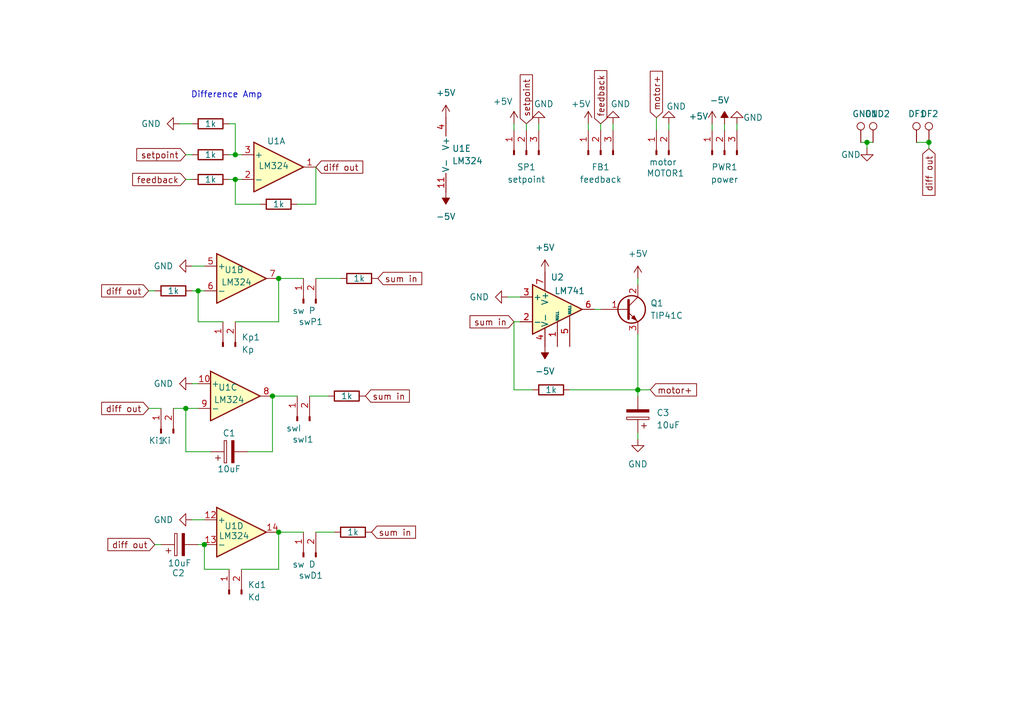
<source format=kicad_sch>
(kicad_sch (version 20231120) (generator "eeschema") (generator_version "8.0")
  (paper "A5")
  (title_block (title "PID POSITION CONTROL") (date "2024-06-13") (company "KEL. 7") (comment 1 "Damario Sujatmiko") (comment 2 "Azzam Abidurrahman Mujahid") (comment 3 "Devandra Pria Adiba"))
  (lib_symbols
    (symbol "Amplifier_Operational:LM324" (pin_names (offset 0.127))
      (property "Reference" "U" (at 0 5.08 0))
      (property "Value" "LM324" (at 0 -5.08 0))
      (symbol "LM324_1_1"
        (polyline (pts (xy -5.08 5.08) (xy 5.08 0) (xy -5.08 -5.08) (xy -5.08 5.08)) (stroke (width 0.254)) (fill (type background)))
        (pin output line (at 7.62 0 180) (length 2.54) (name "~") (number "1"))
        (pin input line (at -7.62 -2.54 0) (length 2.54) (name "-") (number "2"))
        (pin input line (at -7.62 2.54 0) (length 2.54) (name "+") (number "3"))
      )
      (symbol "LM324_2_1"
        (polyline (pts (xy -5.08 5.08) (xy 5.08 0) (xy -5.08 -5.08) (xy -5.08 5.08)) (stroke (width 0.254)) (fill (type background)))
        (pin input line (at -7.62 2.54 0) (length 2.54) (name "+") (number "5"))
        (pin input line (at -7.62 -2.54 0) (length 2.54) (name "-") (number "6"))
        (pin output line (at 7.62 0 180) (length 2.54) (name "~") (number "7"))
      )
      (symbol "LM324_3_1"
        (polyline (pts (xy -5.08 5.08) (xy 5.08 0) (xy -5.08 -5.08) (xy -5.08 5.08)) (stroke (width 0.254)) (fill (type background)))
        (pin input line (at -7.62 2.54 0) (length 2.54) (name "+") (number "10"))
        (pin output line (at 7.62 0 180) (length 2.54) (name "~") (number "8"))
        (pin input line (at -7.62 -2.54 0) (length 2.54) (name "-") (number "9"))
      )
      (symbol "LM324_4_1"
        (polyline (pts (xy -5.08 5.08) (xy 5.08 0) (xy -5.08 -5.08) (xy -5.08 5.08)) (stroke (width 0.254)) (fill (type background)))
        (pin input line (at -7.62 2.54 0) (length 2.54) (name "+") (number "12"))
        (pin input line (at -7.62 -2.54 0) (length 2.54) (name "-") (number "13"))
        (pin output line (at 7.62 0 180) (length 2.54) (name "~") (number "14"))
      )
      (symbol "LM324_5_1"
        (pin power_in line (at -2.54 -7.62 90) (length 3.81) (name "V-") (number "11"))
        (pin power_in line (at -2.54 7.62 270) (length 3.81) (name "V+") (number "4"))
      )
    )
    (symbol "Amplifier_Operational:LM741" (pin_names (offset 0.127))
      (property "Reference" "U" (at 0 6.35 0))
      (property "Value" "LM741" (at 0 3.81 0))
      (symbol "LM741_0_1"
        (polyline (pts (xy -5.08 5.08) (xy 5.08 0) (xy -5.08 -5.08) (xy -5.08 5.08)) (stroke (width 0.254)) (fill (type background)))
      )
      (symbol "LM741_1_1"
        (pin input line (at 0 -7.62 90) (length 5.08) (name "NULL") (number "1"))
        (pin input line (at -7.62 -2.54 0) (length 2.54) (name "-") (number "2"))
        (pin input line (at -7.62 2.54 0) (length 2.54) (name "+") (number "3"))
        (pin power_in line (at -2.54 -7.62 90) (length 3.81) (name "V-") (number "4"))
        (pin input line (at 2.54 -7.62 90) (length 6.35) (name "NULL") (number "5"))
        (pin output line (at 7.62 0 180) (length 2.54) (name "~") (number "6"))
        (pin power_in line (at -2.54 7.62 270) (length 3.81) (name "V+") (number "7"))
        (pin no_connect line (at 0 2.54 270) (length 2.54) hide (name "NC") (number "8"))
      )
    )
    (symbol "Connector:Conn_01x02_Pin" (pin_names (offset 1.016) hide)
      (property "Reference" "J" (at 0 2.54 0))
      (property "Value" "Conn_01x02_Pin" (at 0 -5.08 0))
      (symbol "Conn_01x02_Pin_1_1"
        (polyline (pts (xy 1.27 -2.54) (xy 0.8636 -2.54)) (stroke (width 0.1524)))
        (polyline (pts (xy 1.27 0) (xy 0.8636 0)) (stroke (width 0.1524)))
        (rectangle (start 0.8636 -2.413) (end 0 -2.667) (stroke (width 0.1524)) (fill (type outline)))
        (rectangle (start 0.8636 0.127) (end 0 -0.127) (stroke (width 0.1524)) (fill (type outline)))
        (pin passive line (at 5.08 0 180) (length 3.81) (name "Pin_1") (number "1"))
        (pin passive line (at 5.08 -2.54 180) (length 3.81) (name "Pin_2") (number "2"))
      )
    )
    (symbol "Connector:Conn_01x03_Pin" (pin_names (offset 1.016) hide)
      (property "Reference" "J" (at 0 5.08 0))
      (property "Value" "Conn_01x03_Pin" (at 0 -5.08 0))
      (symbol "Conn_01x03_Pin_1_1"
        (polyline (pts (xy 1.27 -2.54) (xy 0.8636 -2.54)) (stroke (width 0.1524)))
        (polyline (pts (xy 1.27 0) (xy 0.8636 0)) (stroke (width 0.1524)))
        (polyline (pts (xy 1.27 2.54) (xy 0.8636 2.54)) (stroke (width 0.1524)))
        (rectangle (start 0.8636 -2.413) (end 0 -2.667) (stroke (width 0.1524)) (fill (type outline)))
        (rectangle (start 0.8636 0.127) (end 0 -0.127) (stroke (width 0.1524)) (fill (type outline)))
        (rectangle (start 0.8636 2.667) (end 0 2.413) (stroke (width 0.1524)) (fill (type outline)))
        (pin passive line (at 5.08 2.54 180) (length 3.81) (name "Pin_1") (number "1"))
        (pin passive line (at 5.08 0 180) (length 3.81) (name "Pin_2") (number "2"))
        (pin passive line (at 5.08 -2.54 180) (length 3.81) (name "Pin_3") (number "3"))
      )
    )
    (symbol "Connector:TestPoint" (pin_numbers hide) (pin_names (offset 0.762) hide)
      (property "Reference" "TP" (at 0 6.858 0))
      (property "Value" "TestPoint" (at 0 5.08 0))
      (symbol "TestPoint_0_1"
        (circle (center 0 3.302) (radius 0.762))
      )
      (symbol "TestPoint_1_1"
        (pin passive line (at 0 0 90) (length 2.54) (name "1") (number "1"))
      )
    )
    (symbol "Device:C_Polarized" (pin_numbers hide) (pin_names (offset 0.254))
      (property "Reference" "C" (at 0.635 2.54 0))
      (property "Value" "C_Polarized" (at 0.635 -2.54 0))
      (symbol "C_Polarized_0_1"
        (rectangle (start -2.286 0.508) (end 2.286 1.016))
        (polyline (pts (xy -1.778 2.286) (xy -0.762 2.286)))
        (polyline (pts (xy -1.27 2.794) (xy -1.27 1.778)))
        (rectangle (start 2.286 -0.508) (end -2.286 -1.016) (fill (type outline)))
      )
      (symbol "C_Polarized_1_1"
        (pin passive line (at 0 3.81 270) (length 2.794) (name "~") (number "1"))
        (pin passive line (at 0 -3.81 90) (length 2.794) (name "~") (number "2"))
      )
    )
    (symbol "Device:R" (pin_numbers hide) (pin_names (offset 0))
      (property "Reference" "R" (at 2.032 0 90))
      (property "Value" "R" (at 0 0 90))
      (symbol "R_0_1"
        (rectangle (start -1.016 -2.54) (end 1.016 2.54) (stroke (width 0.254)))
      )
      (symbol "R_1_1"
        (pin passive line (at 0 3.81 270) (length 1.27) (name "~") (number "1"))
        (pin passive line (at 0 -3.81 90) (length 1.27) (name "~") (number "2"))
      )
    )
    (symbol "Transistor_BJT:TIP41C" (pin_names (offset 0) hide)
      (property "Reference" "Q" (at 6.35 1.905 0))
      (property "Value" "TIP41C" (at 6.35 0 0))
      (symbol "TIP41C_0_1"
        (polyline (pts (xy 0.635 0.635) (xy 2.54 2.54)))
        (polyline (pts (xy 0.635 -0.635) (xy 2.54 -2.54) (xy 2.54 -2.54)))
        (polyline (pts (xy 0.635 1.905) (xy 0.635 -1.905) (xy 0.635 -1.905)) (stroke (width 0.508)))
        (polyline (pts (xy 1.27 -1.778) (xy 1.778 -1.27) (xy 2.286 -2.286) (xy 1.27 -1.778) (xy 1.27 -1.778)) (fill (type outline)))
        (circle (center 1.27 0) (radius 2.8194) (stroke (width 0.254)))
      )
      (symbol "TIP41C_1_1"
        (pin input line (at -5.08 0 0) (length 5.715) (name "B") (number "1"))
        (pin passive line (at 2.54 5.08 270) (length 2.54) (name "C") (number "2"))
        (pin passive line (at 2.54 -5.08 90) (length 2.54) (name "E") (number "3"))
      )
    )
    (symbol "power:+5V" (power) (pin_numbers hide) (pin_names (offset 0) hide)
      (property "Value" "+5V" (at 0 3.556 0))
      (symbol "+5V_0_1"
        (polyline (pts (xy -0.762 1.27) (xy 0 2.54)))
        (polyline (pts (xy 0 0) (xy 0 2.54)))
        (polyline (pts (xy 0 2.54) (xy 0.762 1.27)))
      )
      (symbol "+5V_1_1"
        (pin power_in line (at 0 0 90) (length 0) (name "~") (number "1"))
      )
    )
    (symbol "power:-5V" (power) (pin_numbers hide) (pin_names (offset 0) hide)
      (property "Value" "-5V" (at 0 3.556 0))
      (symbol "-5V_0_0"
        (pin power_in line (at 0 0 90) (length 0) (name "~") (number "1"))
      )
      (symbol "-5V_0_1"
        (polyline (pts (xy 0 0) (xy 0 1.27) (xy 0.762 1.27) (xy 0 2.54) (xy -0.762 1.27) (xy 0 1.27)) (fill (type outline)))
      )
    )
    (symbol "power:GND" (power) (pin_numbers hide) (pin_names (offset 0) hide)
      (property "Value" "GND" (at 0 -3.81 0))
      (symbol "GND_0_1"
        (polyline (pts (xy 0 0) (xy 0 -1.27) (xy 1.27 -1.27) (xy 0 -2.54) (xy -1.27 -1.27) (xy 0 -1.27)))
      )
      (symbol "GND_1_1"
        (pin power_in line (at 0 0 270) (length 0) (name "~") (number "1"))
      )
    )
  )
  (junction (at 48.26 31.75))
  (junction (at 48.26 36.83))
  (junction (at 57.15 109.22))
  (junction (at 177.8 29.21))
  (junction (at 57.15 57.15))
  (junction (at 55.88 81.28))
  (junction (at 40.64 59.69))
  (junction (at 130.81 80.01))
  (junction (at 41.91 111.76))
  (junction (at 190.5 29.21))
  (junction (at 38.1 83.82))
  (wire (pts (xy 48.26 25.4) (xy 48.26 31.75)))
  (wire (pts (xy 64.77 41.91) (xy 60.96 41.91)))
  (wire (pts (xy 35.56 83.82) (xy 38.1 83.82)))
  (wire (pts (xy 55.88 81.28) (xy 60.96 81.28)))
  (wire (pts (xy 38.1 83.82) (xy 40.64 83.82)))
  (wire (pts (xy 50.8 92.71) (xy 55.88 92.71)))
  (wire (pts (xy 105.41 66.04) (xy 106.68 66.04)))
  (wire (pts (xy 134.62 24.13) (xy 134.62 26.67)))
  (wire (pts (xy 40.64 59.69) (xy 41.91 59.69)))
  (wire (pts (xy 48.26 41.91) (xy 48.26 36.83)))
  (wire (pts (xy 57.15 109.22) (xy 62.23 109.22)))
  (wire (pts (xy 120.65 25.4) (xy 120.65 26.67)))
  (wire (pts (xy 105.41 25.4) (xy 105.41 26.67)))
  (wire (pts (xy 49.53 116.84) (xy 57.15 116.84)))
  (wire (pts (xy 123.19 25.4) (xy 123.19 26.67)))
  (wire (pts (xy 104.14 60.96) (xy 106.68 60.96)))
  (wire (pts (xy 39.37 78.74) (xy 40.64 78.74)))
  (wire (pts (xy 187.96 29.21) (xy 190.5 29.21)))
  (wire (pts (xy 116.84 80.01) (xy 130.81 80.01)))
  (wire (pts (xy 130.81 80.01) (xy 130.81 81.28)))
  (wire (pts (xy 137.16 25.4) (xy 137.16 26.67)))
  (wire (pts (xy 110.49 25.4) (xy 110.49 26.67)))
  (wire (pts (xy 46.99 31.75) (xy 48.26 31.75)))
  (wire (pts (xy 176.53 29.21) (xy 177.8 29.21)))
  (wire (pts (xy 130.81 88.9) (xy 130.81 90.17)))
  (wire (pts (xy 48.26 66.04) (xy 57.15 66.04)))
  (wire (pts (xy 40.64 111.76) (xy 41.91 111.76)))
  (wire (pts (xy 64.77 57.15) (xy 69.85 57.15)))
  (wire (pts (xy 48.26 31.75) (xy 49.53 31.75)))
  (wire (pts (xy 130.81 57.15) (xy 130.81 58.42)))
  (wire (pts (xy 41.91 116.84) (xy 41.91 111.76)))
  (wire (pts (xy 148.59 25.4) (xy 148.59 26.67)))
  (wire (pts (xy 30.48 83.82) (xy 33.02 83.82)))
  (wire (pts (xy 46.99 116.84) (xy 41.91 116.84)))
  (wire (pts (xy 64.77 109.22) (xy 68.58 109.22)))
  (wire (pts (xy 57.15 57.15) (xy 62.23 57.15)))
  (wire (pts (xy 105.41 80.01) (xy 105.41 66.04)))
  (wire (pts (xy 39.37 31.75) (xy 38.1 31.75)))
  (wire (pts (xy 57.15 116.84) (xy 57.15 109.22)))
  (wire (pts (xy 107.95 25.4) (xy 107.95 26.67)))
  (wire (pts (xy 177.8 30.48) (xy 177.8 29.21)))
  (wire (pts (xy 133.35 80.01) (xy 130.81 80.01)))
  (wire (pts (xy 57.15 66.04) (xy 57.15 57.15)))
  (wire (pts (xy 64.77 34.29) (xy 64.77 41.91)))
  (wire (pts (xy 190.5 29.21) (xy 190.5 30.48)))
  (wire (pts (xy 39.37 106.68) (xy 41.91 106.68)))
  (wire (pts (xy 121.92 63.5) (xy 123.19 63.5)))
  (wire (pts (xy 55.88 92.71) (xy 55.88 81.28)))
  (wire (pts (xy 40.64 66.04) (xy 40.64 59.69)))
  (wire (pts (xy 36.83 25.4) (xy 39.37 25.4)))
  (wire (pts (xy 39.37 59.69) (xy 40.64 59.69)))
  (wire (pts (xy 125.73 25.4) (xy 125.73 26.67)))
  (wire (pts (xy 31.75 111.76) (xy 33.02 111.76)))
  (wire (pts (xy 39.37 36.83) (xy 38.1 36.83)))
  (wire (pts (xy 151.13 25.4) (xy 151.13 26.67)))
  (wire (pts (xy 63.5 81.28) (xy 67.31 81.28)))
  (wire (pts (xy 39.37 54.61) (xy 41.91 54.61)))
  (wire (pts (xy 30.48 59.69) (xy 31.75 59.69)))
  (wire (pts (xy 146.05 25.4) (xy 146.05 26.67)))
  (wire (pts (xy 130.81 80.01) (xy 130.81 68.58)))
  (wire (pts (xy 38.1 92.71) (xy 38.1 83.82)))
  (wire (pts (xy 53.34 41.91) (xy 48.26 41.91)))
  (wire (pts (xy 46.99 36.83) (xy 48.26 36.83)))
  (wire (pts (xy 45.72 66.04) (xy 40.64 66.04)))
  (wire (pts (xy 109.22 80.01) (xy 105.41 80.01)))
  (wire (pts (xy 43.18 92.71) (xy 38.1 92.71)))
  (wire (pts (xy 48.26 36.83) (xy 49.53 36.83)))
  (wire (pts (xy 46.99 25.4) (xy 48.26 25.4)))
  (wire (pts (xy 177.8 29.21) (xy 179.07 29.21)))
  (text "Difference Amp" (at 46.482 19.558 0) (effects (font (size 1.27 1.27))))
  (global_label "diff out" (shape input) (at 64.77 34.29 0) (property "Intersheetrefs" "${INTERSHEET_REFS}" (effects (hide yes))))
  (global_label "sum in" (shape input) (at 77.47 57.15 0) (property "Intersheetrefs" "${INTERSHEET_REFS}" (effects (hide yes))))
  (global_label "setpoint" (shape input) (at 107.95 25.4 90) (property "Intersheetrefs" "${INTERSHEET_REFS}" (effects (hide yes))))
  (global_label "diff out" (shape input) (at 31.75 111.76 180) (property "Intersheetrefs" "${INTERSHEET_REFS}" (effects (hide yes))))
  (global_label "feedback" (shape input) (at 38.1 36.83 180) (property "Intersheetrefs" "${INTERSHEET_REFS}" (effects (hide yes))))
  (global_label "motor+" (shape input) (at 133.35 80.01 0) (property "Intersheetrefs" "${INTERSHEET_REFS}" (effects (hide yes))))
  (global_label "diff out" (shape input) (at 30.48 59.69 180) (property "Intersheetrefs" "${INTERSHEET_REFS}" (effects (hide yes))))
  (global_label "motor+" (shape input) (at 134.62 24.13 90) (property "Intersheetrefs" "${INTERSHEET_REFS}" (effects (hide yes))))
  (global_label "sum in" (shape input) (at 74.93 81.28 0) (property "Intersheetrefs" "${INTERSHEET_REFS}" (effects (hide yes))))
  (global_label "diff out" (shape input) (at 30.48 83.82 180) (property "Intersheetrefs" "${INTERSHEET_REFS}" (effects (hide yes))))
  (global_label "sum in" (shape input) (at 105.41 66.04 180) (property "Intersheetrefs" "${INTERSHEET_REFS}" (effects (hide yes))))
  (global_label "diff out" (shape input) (at 190.5 30.48 270) (property "Intersheetrefs" "${INTERSHEET_REFS}" (effects (hide yes))))
  (global_label "setpoint" (shape input) (at 38.1 31.75 180) (property "Intersheetrefs" "${INTERSHEET_REFS}" (effects (hide yes))))
  (global_label "sum in" (shape input) (at 76.2 109.22 0) (property "Intersheetrefs" "${INTERSHEET_REFS}" (effects (hide yes))))
  (global_label "feedback" (shape input) (at 123.19 25.4 90) (property "Intersheetrefs" "${INTERSHEET_REFS}" (effects (hide yes))))
  (symbol (lib_id "power:GND") (at 130.81 90.17 0) (unit 1)
    (property "Reference" "#PWR011" (effects (hide yes)))
    (property "Value" "GND" (at 130.81 95.25 0))
    (property "Description" "Power symbol creates a global label with name \"GND\" , ground" (effects (hide yes)))
  )
  (symbol (lib_id "Device:R") (at 71.12 81.28 90) (unit 1)
    (property "Reference" "R8" (effects (hide yes)))
    (property "Value" "1k" (at 71.12 81.28 90))
    (property "Footprint" "Resistor_THT:R_Axial_DIN0207_L6.3mm_D2.5mm_P10.16mm_Horizontal" (effects (hide yes)))
    (property "Description" "Resistor" (effects (hide yes)))
  )
  (symbol (lib_id "power:+5V") (at 91.44 24.13 0) (unit 1)
    (property "Reference" "#PWR02" (effects (hide yes)))
    (property "Value" "+5V" (at 91.44 19.05 0))
    (property "Description" "Power symbol creates a global label with name \"+5V\"" (effects (hide yes)))
  )
  (symbol (lib_id "Connector:Conn_01x03_Pin") (at 123.19 31.75 90) (unit 1)
    (property "Reference" "FB1" (at 123.19 34.29 90))
    (property "Value" "feedback" (at 123.19 36.83 90))
    (property "Footprint" "Connector_PinHeader_2.54mm:PinHeader_1x03_P2.54mm_Vertical" (effects (hide yes)))
    (property "Description" "Generic connector, single row, 01x03, script generated" (effects (hide yes)))
  )
  (symbol (lib_id "power:+5V") (at 146.05 25.4 0) (unit 1)
    (property "Reference" "#PWR018" (effects (hide yes)))
    (property "Value" "+5V" (at 143.256 23.876 0))
    (property "Description" "Power symbol creates a global label with name \"+5V\"" (effects (hide yes)))
  )
  (symbol (lib_id "Device:R") (at 57.15 41.91 90) (unit 1)
    (property "Reference" "R4" (effects (hide yes)))
    (property "Value" "1k" (at 57.15 41.91 90))
    (property "Footprint" "Resistor_THT:R_Axial_DIN0207_L6.3mm_D2.5mm_P10.16mm_Horizontal" (effects (hide yes)))
    (property "Description" "Resistor" (effects (hide yes)))
  )
  (symbol (lib_id "Amplifier_Operational:LM324") (at 49.53 57.15 0) (unit 2)
    (property "Reference" "U1" (at 48.006 55.372 0))
    (property "Value" "LM324" (at 48.514 57.912 0))
    (property "Footprint" "Package_DIP:DIP-14_W7.62mm_Socket" (effects (hide yes)))
    (property "Datasheet" "http://www.ti.com/lit/ds/symlink/lm2902-n.pdf" (effects (hide yes)))
    (property "Description" "Low-Power, Quad-Operational Amplifiers, DIP-14/SOIC-14/SSOP-14" (effects (hide yes)))
  )
  (symbol (lib_id "Connector:TestPoint") (at 179.07 29.21 0) (unit 1)
    (property "Reference" "GND2" (at 177.292 23.368 0) (effects (justify left)))
    (property "Value" "GND" (effects (hide yes)))
    (property "Footprint" "TestPoint:TestPoint_THTPad_2.0x2.0mm_Drill1.0mm" (effects (hide yes)))
    (property "Description" "test point" (effects (hide yes)))
  )
  (symbol (lib_id "power:GND") (at 39.37 54.61 270) (unit 1)
    (property "Reference" "#PWR06" (effects (hide yes)))
    (property "Value" "GND" (at 35.56 54.6099 90) (effects (justify right)))
    (property "Description" "Power symbol creates a global label with name \"GND\" , ground" (effects (hide yes)))
  )
  (symbol (lib_id "power:+5V") (at 111.76 55.88 0) (unit 1)
    (property "Reference" "#PWR05" (effects (hide yes)))
    (property "Value" "+5V" (at 111.76 50.8 0))
    (property "Description" "Power symbol creates a global label with name \"+5V\"" (effects (hide yes)))
  )
  (symbol (lib_id "Device:R") (at 43.18 31.75 90) (unit 1)
    (property "Reference" "R2" (effects (hide yes)))
    (property "Value" "1k" (at 43.18 31.75 90))
    (property "Footprint" "Resistor_THT:R_Axial_DIN0207_L6.3mm_D2.5mm_P10.16mm_Horizontal" (effects (hide yes)))
    (property "Description" "Resistor" (effects (hide yes)))
  )
  (symbol (lib_id "power:+5V") (at 105.41 25.4 0) (unit 1)
    (property "Reference" "#PWR015" (effects (hide yes)))
    (property "Value" "+5V" (at 103.124 20.828 0))
    (property "Description" "Power symbol creates a global label with name \"+5V\"" (effects (hide yes)))
  )
  (symbol (lib_id "Connector:Conn_01x02_Pin") (at 46.99 121.92 90) (unit 1)
    (property "Reference" "Kd1" (at 50.8 120.0149 90) (effects (justify right)))
    (property "Value" "Kd" (at 50.8 122.5549 90) (effects (justify right)))
    (property "Footprint" "Connector_PinHeader_2.54mm:PinHeader_1x02_P2.54mm_Vertical" (effects (hide yes)))
    (property "Description" "Generic connector, single row, 01x02, script generated" (effects (hide yes)))
  )
  (symbol (lib_id "power:-5V") (at 111.76 71.12 180) (unit 1)
    (property "Reference" "#PWR04" (effects (hide yes)))
    (property "Value" "-5V" (at 111.76 76.2 0))
    (property "Description" "Power symbol creates a global label with name \"-5V\"" (effects (hide yes)))
  )
  (symbol (lib_id "Device:R") (at 43.18 36.83 90) (unit 1)
    (property "Reference" "R1" (effects (hide yes)))
    (property "Value" "1k" (at 43.18 36.83 90))
    (property "Footprint" "Resistor_THT:R_Axial_DIN0207_L6.3mm_D2.5mm_P10.16mm_Horizontal" (effects (hide yes)))
    (property "Description" "Resistor" (effects (hide yes)))
  )
  (symbol (lib_id "Device:R") (at 43.18 25.4 270) (unit 1)
    (property "Reference" "R3" (effects (hide yes)))
    (property "Value" "1k" (at 43.18 25.4 90))
    (property "Footprint" "Resistor_THT:R_Axial_DIN0207_L6.3mm_D2.5mm_P10.16mm_Horizontal" (effects (hide yes)))
    (property "Description" "Resistor" (effects (hide yes)))
  )
  (symbol (lib_id "Device:R") (at 35.56 59.69 90) (unit 1)
    (property "Reference" "R5" (effects (hide yes)))
    (property "Value" "1k" (at 35.56 59.69 90))
    (property "Footprint" "Resistor_THT:R_Axial_DIN0207_L6.3mm_D2.5mm_P10.16mm_Horizontal" (effects (hide yes)))
    (property "Description" "Resistor" (effects (hide yes)))
  )
  (symbol (lib_id "Device:R") (at 113.03 80.01 90) (unit 1)
    (property "Reference" "R6" (effects (hide yes)))
    (property "Value" "1k" (at 113.03 80.01 90))
    (property "Footprint" "Resistor_THT:R_Axial_DIN0207_L6.3mm_D2.5mm_P10.16mm_Horizontal" (effects (hide yes)))
    (property "Description" "Resistor" (effects (hide yes)))
  )
  (symbol (lib_id "power:GND") (at 125.73 25.4 180) (unit 1)
    (property "Reference" "#PWR012" (effects (hide yes)))
    (property "Value" "GND" (at 127.254 21.336 0))
    (property "Description" "Power symbol creates a global label with name \"GND\" , ground" (effects (hide yes)))
  )
  (symbol (lib_id "power:+5V") (at 130.81 57.15 0) (unit 1)
    (property "Reference" "#PWR010" (effects (hide yes)))
    (property "Value" "+5V" (at 130.81 52.07 0))
    (property "Description" "Power symbol creates a global label with name \"+5V\"" (effects (hide yes)))
  )
  (symbol (lib_id "Connector:Conn_01x03_Pin") (at 107.95 31.75 90) (unit 1)
    (property "Reference" "SP1" (at 107.95 34.29 90))
    (property "Value" "setpoint" (at 107.95 36.83 90))
    (property "Footprint" "Connector_PinHeader_2.54mm:PinHeader_1x03_P2.54mm_Vertical" (effects (hide yes)))
    (property "Description" "Generic connector, single row, 01x03, script generated" (effects (hide yes)))
  )
  (symbol (lib_id "power:GND") (at 39.37 106.68 270) (unit 1)
    (property "Reference" "#PWR08" (effects (hide yes)))
    (property "Value" "GND" (at 35.56 106.6799 90) (effects (justify right)))
    (property "Description" "Power symbol creates a global label with name \"GND\" , ground" (effects (hide yes)))
  )
  (symbol (lib_id "Transistor_BJT:TIP41C") (at 128.27 63.5 0) (unit 1)
    (property "Reference" "Q1" (at 133.35 62.2299 0) (effects (justify left)))
    (property "Value" "TIP41C" (at 133.35 64.7699 0) (effects (justify left)))
    (property "Footprint" "Package_TO_SOT_THT:TO-220-3_Vertical" (effects (hide yes)))
    (property "Datasheet" "https://www.centralsemi.com/get_document.php?cmp=1&mergetype=pd&mergepath=pd&pdf_id=tip41.PDF" (effects (hide yes)))
    (property "Description" "6A Ic, 100V Vce, Power NPN Transistor, TO-220" (effects (hide yes)))
  )
  (symbol (lib_id "power:GND") (at 36.83 25.4 270) (unit 1)
    (property "Reference" "#PWR01" (effects (hide yes)))
    (property "Value" "GND" (at 33.02 25.3999 90) (effects (justify right)))
    (property "Description" "Power symbol creates a global label with name \"GND\" , ground" (effects (hide yes)))
  )
  (symbol (lib_id "Connector:TestPoint") (at 187.96 29.21 0) (unit 1)
    (property "Reference" "DF1" (at 186.182 23.368 0) (effects (justify left)))
    (property "Value" "diffout" (effects (hide yes)))
    (property "Footprint" "TestPoint:TestPoint_THTPad_2.0x2.0mm_Drill1.0mm" (effects (hide yes)))
    (property "Description" "test point" (effects (hide yes)))
  )
  (symbol (lib_id "Device:C_Polarized") (at 36.83 111.76 90) (unit 1)
    (property "Reference" "C2" (at 36.576 117.602 90))
    (property "Value" "10uF" (at 36.83 115.57 90))
    (property "Footprint" "Capacitor_THT:CP_Radial_D5.0mm_P2.50mm" (effects (hide yes)))
    (property "Description" "Polarized capacitor" (effects (hide yes)))
  )
  (symbol (lib_id "power:-5V") (at 91.44 39.37 180) (unit 1)
    (property "Reference" "#PWR03" (effects (hide yes)))
    (property "Value" "-5V" (at 91.44 44.45 0))
    (property "Description" "Power symbol creates a global label with name \"-5V\"" (effects (hide yes)))
  )
  (symbol (lib_id "Device:C_Polarized") (at 46.99 92.71 90) (unit 1)
    (property "Reference" "C1" (at 46.99 88.9 90))
    (property "Value" "10uF" (at 46.99 96.266 90))
    (property "Footprint" "Capacitor_THT:CP_Radial_D5.0mm_P2.50mm" (effects (hide yes)))
    (property "Description" "Polarized capacitor" (effects (hide yes)))
  )
  (symbol (lib_id "Connector:Conn_01x02_Pin") (at 134.62 31.75 90) (unit 1)
    (property "Reference" "MOTOR1" (at 132.588 35.56 90) (effects (justify right)))
    (property "Value" "motor" (at 133.096 33.274 90) (effects (justify right)))
    (property "Footprint" "Connector_PinHeader_2.54mm:PinHeader_1x02_P2.54mm_Vertical" (effects (hide yes)))
    (property "Description" "Generic connector, single row, 01x02, script generated" (effects (hide yes)))
  )
  (symbol (lib_id "Amplifier_Operational:LM324") (at 93.98 31.75 0) (unit 5)
    (property "Reference" "U1" (at 92.71 30.4799 0) (effects (justify left)))
    (property "Value" "LM324" (at 92.71 33.0199 0) (effects (justify left)))
    (property "Footprint" "Package_DIP:DIP-14_W7.62mm_Socket" (effects (hide yes)))
    (property "Datasheet" "http://www.ti.com/lit/ds/symlink/lm2902-n.pdf" (effects (hide yes)))
    (property "Description" "Low-Power, Quad-Operational Amplifiers, DIP-14/SOIC-14/SSOP-14" (effects (hide yes)))
  )
  (symbol (lib_id "Amplifier_Operational:LM324") (at 49.53 109.22 0) (unit 4)
    (property "Reference" "U1" (at 48.006 107.95 0))
    (property "Value" "LM324" (at 48.006 109.982 0))
    (property "Footprint" "Package_DIP:DIP-14_W7.62mm_Socket" (effects (hide yes)))
    (property "Datasheet" "http://www.ti.com/lit/ds/symlink/lm2902-n.pdf" (effects (hide yes)))
    (property "Description" "Low-Power, Quad-Operational Amplifiers, DIP-14/SOIC-14/SSOP-14" (effects (hide yes)))
  )
  (symbol (lib_id "power:GND") (at 104.14 60.96 270) (unit 1)
    (property "Reference" "#PWR09" (effects (hide yes)))
    (property "Value" "GND" (at 100.33 60.9599 90) (effects (justify right)))
    (property "Description" "Power symbol creates a global label with name \"GND\" , ground" (effects (hide yes)))
  )
  (symbol (lib_id "Device:R") (at 73.66 57.15 90) (unit 1)
    (property "Reference" "R7" (effects (hide yes)))
    (property "Value" "1k" (at 73.66 57.15 90))
    (property "Footprint" "Resistor_THT:R_Axial_DIN0207_L6.3mm_D2.5mm_P10.16mm_Horizontal" (effects (hide yes)))
    (property "Description" "Resistor" (effects (hide yes)))
  )
  (symbol (lib_id "Device:C_Polarized") (at 130.81 85.09 180) (unit 1)
    (property "Reference" "C3" (at 134.62 84.7089 0) (effects (justify right)))
    (property "Value" "10uF" (at 134.62 87.2489 0) (effects (justify right)))
    (property "Footprint" "Capacitor_THT:CP_Radial_D5.0mm_P2.50mm" (effects (hide yes)))
    (property "Description" "Polarized capacitor" (effects (hide yes)))
  )
  (symbol (lib_id "power:GND") (at 151.13 25.4 180) (unit 1)
    (property "Reference" "#PWR017" (effects (hide yes)))
    (property "Value" "GND" (at 154.432 24.13 0))
    (property "Description" "Power symbol creates a global label with name \"GND\" , ground" (effects (hide yes)))
  )
  (symbol (lib_id "Device:R") (at 72.39 109.22 90) (unit 1)
    (property "Reference" "R9" (effects (hide yes)))
    (property "Value" "1k" (at 72.39 109.22 90))
    (property "Footprint" "Resistor_THT:R_Axial_DIN0207_L6.3mm_D2.5mm_P10.16mm_Horizontal" (effects (hide yes)))
    (property "Description" "Resistor" (effects (hide yes)))
  )
  (symbol (lib_id "Connector:Conn_01x02_Pin") (at 62.23 114.3 90) (unit 1)
    (property "Reference" "swD1" (at 61.214 118.11 90) (effects (justify right)))
    (property "Value" "sw D" (at 59.944 115.824 90) (effects (justify right)))
    (property "Footprint" "Connector_PinHeader_2.54mm:PinHeader_1x02_P2.54mm_Vertical" (effects (hide yes)))
    (property "Description" "Generic connector, single row, 01x02, script generated" (effects (hide yes)))
  )
  (symbol (lib_id "Connector:Conn_01x02_Pin") (at 60.96 86.36 90) (unit 1)
    (property "Reference" "swI1" (at 59.944 90.17 90) (effects (justify right)))
    (property "Value" "swI" (at 58.674 87.884 90) (effects (justify right)))
    (property "Footprint" "Connector_PinHeader_2.54mm:PinHeader_1x02_P2.54mm_Vertical" (effects (hide yes)))
    (property "Description" "Generic connector, single row, 01x02, script generated" (effects (hide yes)))
  )
  (symbol (lib_id "Connector:Conn_01x02_Pin") (at 62.23 62.23 90) (unit 1)
    (property "Reference" "swP1" (at 61.214 66.04 90) (effects (justify right)))
    (property "Value" "sw P" (at 59.944 63.754 90) (effects (justify right)))
    (property "Footprint" "Connector_PinHeader_2.54mm:PinHeader_1x02_P2.54mm_Vertical" (effects (hide yes)))
    (property "Description" "Generic connector, single row, 01x02, script generated" (effects (hide yes)))
  )
  (symbol (lib_id "Amplifier_Operational:LM741") (at 114.3 63.5 0) (unit 1)
    (property "Reference" "U2" (at 114.3 56.896 0))
    (property "Value" "LM741" (at 116.84 59.69 0))
    (property "Footprint" "Package_DIP:DIP-8_W7.62mm_Socket" (effects (hide yes)))
    (property "Datasheet" "http://www.ti.com/lit/ds/symlink/lm741.pdf" (effects (hide yes)))
    (property "Description" "Operational Amplifier, DIP-8/TO-99-8" (effects (hide yes)))
  )
  (symbol (lib_id "Connector:TestPoint") (at 176.53 29.21 0) (unit 1)
    (property "Reference" "GND1" (at 174.752 23.368 0) (effects (justify left)))
    (property "Value" "GND" (effects (hide yes)))
    (property "Footprint" "TestPoint:TestPoint_THTPad_2.0x2.0mm_Drill1.0mm" (effects (hide yes)))
    (property "Description" "test point" (effects (hide yes)))
  )
  (symbol (lib_id "Connector:Conn_01x02_Pin") (at 45.72 71.12 90) (unit 1)
    (property "Reference" "Kp1" (at 49.53 69.2149 90) (effects (justify right)))
    (property "Value" "Kp" (at 49.53 71.7549 90) (effects (justify right)))
    (property "Footprint" "Connector_PinHeader_2.54mm:PinHeader_1x02_P2.54mm_Vertical" (effects (hide yes)))
    (property "Description" "Generic connector, single row, 01x02, script generated" (effects (hide yes)))
  )
  (symbol (lib_id "power:GND") (at 39.37 78.74 270) (unit 1)
    (property "Reference" "#PWR07" (effects (hide yes)))
    (property "Value" "GND" (at 35.56 78.7399 90) (effects (justify right)))
    (property "Description" "Power symbol creates a global label with name \"GND\" , ground" (effects (hide yes)))
  )
  (symbol (lib_id "power:+5V") (at 120.65 25.4 0) (unit 1)
    (property "Reference" "#PWR013" (effects (hide yes)))
    (property "Value" "+5V" (at 119.126 21.336 0))
    (property "Description" "Power symbol creates a global label with name \"+5V\"" (effects (hide yes)))
  )
  (symbol (lib_id "Amplifier_Operational:LM324") (at 57.15 34.29 0) (unit 1)
    (property "Reference" "U1" (at 56.642 28.956 0))
    (property "Value" "LM324" (at 56.134 34.036 0))
    (property "Footprint" "Package_DIP:DIP-14_W7.62mm_Socket" (effects (hide yes)))
    (property "Datasheet" "http://www.ti.com/lit/ds/symlink/lm2902-n.pdf" (effects (hide yes)))
    (property "Description" "Low-Power, Quad-Operational Amplifiers, DIP-14/SOIC-14/SSOP-14" (effects (hide yes)))
  )
  (symbol (lib_id "Connector:Conn_01x03_Pin") (at 148.59 31.75 90) (unit 1)
    (property "Reference" "PWR1" (at 148.59 34.29 90))
    (property "Value" "power" (at 148.59 36.83 90))
    (property "Footprint" "Connector_PinHeader_2.54mm:PinHeader_1x03_P2.54mm_Vertical" (effects (hide yes)))
    (property "Description" "Generic connector, single row, 01x03, script generated" (effects (hide yes)))
  )
  (symbol (lib_id "power:GND") (at 137.16 25.4 180) (unit 1)
    (property "Reference" "#PWR014" (effects (hide yes)))
    (property "Value" "GND" (at 138.684 21.844 0))
    (property "Description" "Power symbol creates a global label with name \"GND\" , ground" (effects (hide yes)))
  )
  (symbol (lib_id "Connector:TestPoint") (at 190.5 29.21 0) (unit 1)
    (property "Reference" "DF2" (at 188.722 23.368 0) (effects (justify left)))
    (property "Value" "diffout" (effects (hide yes)))
    (property "Footprint" "TestPoint:TestPoint_THTPad_2.0x2.0mm_Drill1.0mm" (effects (hide yes)))
    (property "Description" "test point" (effects (hide yes)))
  )
  (symbol (lib_id "power:-5V") (at 148.59 25.4 0) (unit 1)
    (property "Reference" "#PWR019" (effects (hide yes)))
    (property "Value" "-5V" (at 147.574 20.574 0))
    (property "Description" "Power symbol creates a global label with name \"-5V\"" (effects (hide yes)))
  )
  (symbol (lib_id "Connector:Conn_01x02_Pin") (at 33.02 88.9 90) (unit 1)
    (property "Reference" "Ki1" (at 30.48 90.424 90) (effects (justify right)))
    (property "Value" "Ki" (at 33.02 90.424 90) (effects (justify right)))
    (property "Footprint" "Connector_PinHeader_2.54mm:PinHeader_1x02_P2.54mm_Vertical" (effects (hide yes)))
    (property "Description" "Generic connector, single row, 01x02, script generated" (effects (hide yes)))
  )
  (symbol (lib_id "Amplifier_Operational:LM324") (at 48.26 81.28 0) (unit 3)
    (property "Reference" "U1" (at 46.736 79.502 0))
    (property "Value" "LM324" (at 46.99 82.042 0))
    (property "Footprint" "Package_DIP:DIP-14_W7.62mm_Socket" (effects (hide yes)))
    (property "Datasheet" "http://www.ti.com/lit/ds/symlink/lm2902-n.pdf" (effects (hide yes)))
    (property "Description" "Low-Power, Quad-Operational Amplifiers, DIP-14/SOIC-14/SSOP-14" (effects (hide yes)))
  )
  (symbol (lib_id "power:GND") (at 110.49 25.4 180) (unit 1)
    (property "Reference" "#PWR016" (effects (hide yes)))
    (property "Value" "GND" (at 111.506 21.336 0))
    (property "Description" "Power symbol creates a global label with name \"GND\" , ground" (effects (hide yes)))
  )
  (symbol (lib_id "power:GND") (at 177.8 30.48 0) (unit 1)
    (property "Reference" "#PWR021" (effects (hide yes)))
    (property "Value" "GND" (at 174.498 31.75 0))
    (property "Description" "Power symbol creates a global label with name \"GND\" , ground" (effects (hide yes)))
  )
)
</source>
